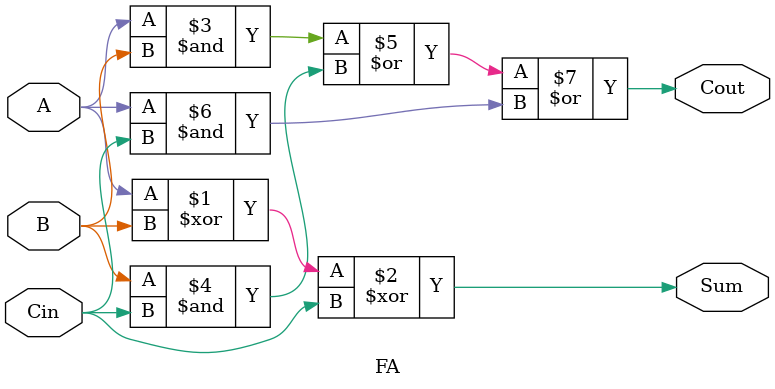
<source format=v>
module FA (
    input  A,
    input  B,
    input  Cin,
    output Sum,
    output Cout
);
    assign Sum  = A ^ B ^ Cin;
    assign Cout = (A & B) | (B & Cin) | (A & Cin);
endmodule
</source>
